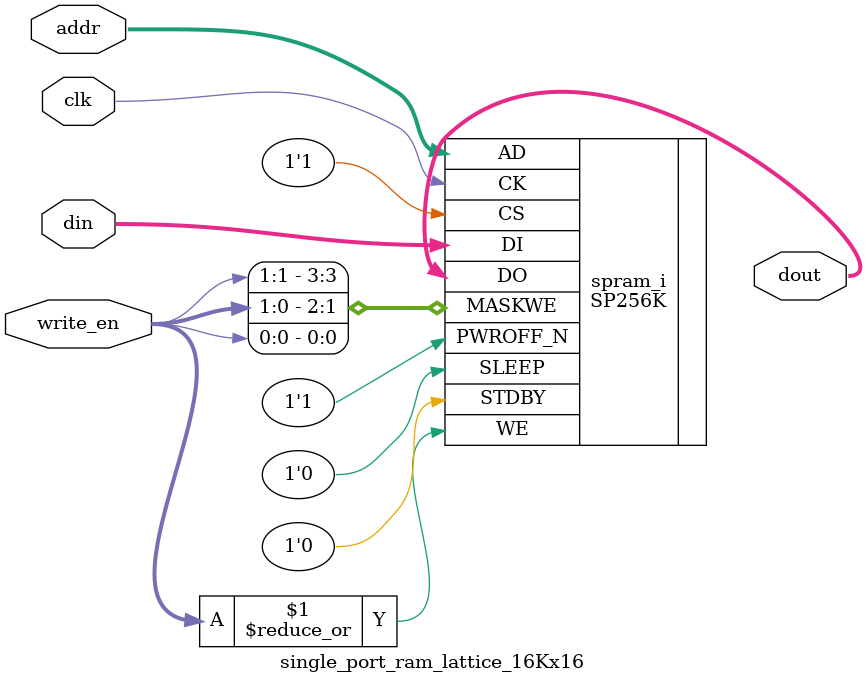
<source format=v>
/*
###############################################################################
# Copyright (c) 2018, PulseRain Technology LLC 
#
# Licensed under the Apache License, Version 2.0 (the "License");
# you may not use this file except in compliance with the License.
# You may obtain a copy of the License at
#
#     http://www.apache.org/licenses/LICENSE-2.0
#
# Unless required by applicable law or agreed to in writing, software
# distributed under the License is distributed on an "AS IS" BASIS,
# WITHOUT WARRANTIES OR CONDITIONS OF ANY KIND, either express or implied.
# See the License for the specific language governing permissions and
# limitations under the License.
#
###############################################################################
*/

`default_nettype none

module single_port_ram_lattice_16Kx16 (
            input  wire [13 : 0]         addr,
            input  wire [15 : 0]         din,
            input  wire [1 : 0]          write_en, 
            input  wire                  clk,
            output wire [15 : 0]         dout
);

	SP256K spram_i (
	  .AD       (addr),  // I
	  .DI       (din),  // I
	  .MASKWE   ({write_en[1], write_en[1], write_en[0], write_en[0]}),  // I
	  .WE       (|write_en),  // I
	  .CS       (1'b1),  // I
	  .CK       (clk),  // I
	  .STDBY    (1'b0),  // I
	  .SLEEP    (1'b0),  // I
	  .PWROFF_N (1'b1),  // I
	  .DO       (dout)   // O
	);
endmodule

`default_nettype wire

</source>
